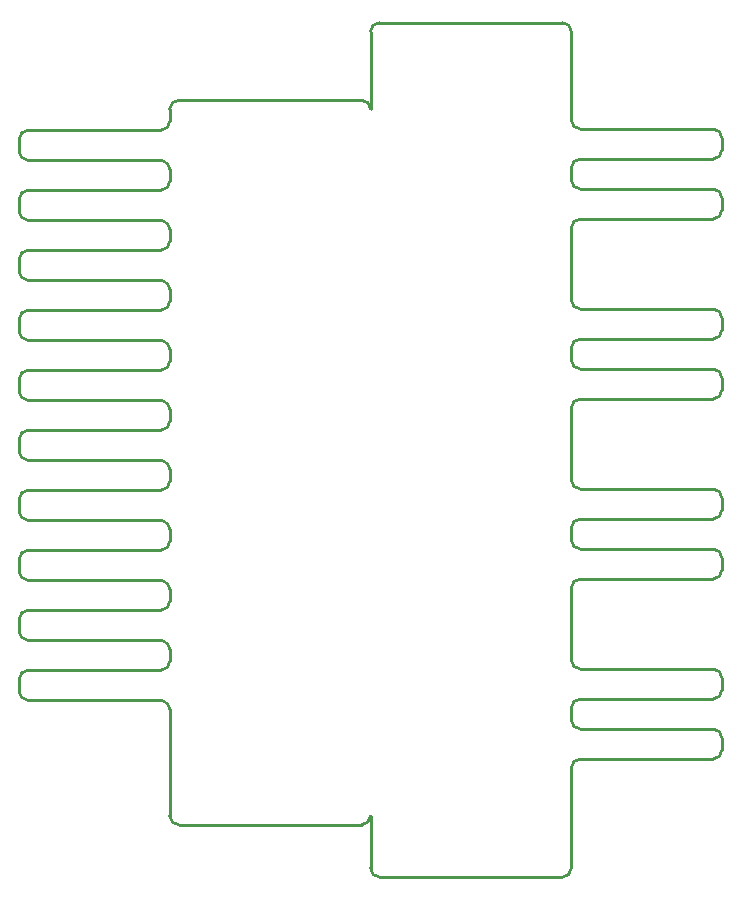
<source format=gbr>
%TF.GenerationSoftware,KiCad,Pcbnew,7.0.10*%
%TF.CreationDate,2024-07-22T08:22:22-04:00*%
%TF.ProjectId,12.X.1 - PLC Connector Combined,31322e58-2e31-4202-9d20-504c4320436f,rev?*%
%TF.SameCoordinates,Original*%
%TF.FileFunction,Profile,NP*%
%FSLAX46Y46*%
G04 Gerber Fmt 4.6, Leading zero omitted, Abs format (unit mm)*
G04 Created by KiCad (PCBNEW 7.0.10) date 2024-07-22 08:22:22*
%MOMM*%
%LPD*%
G01*
G04 APERTURE LIST*
%TA.AperFunction,Profile*%
%ADD10C,0.250000*%
%TD*%
G04 APERTURE END LIST*
D10*
X116110000Y-111426993D02*
X127360000Y-111426993D01*
X174859993Y-76510000D02*
G75*
G03*
X174110000Y-75760000I-749993J7D01*
G01*
X115360000Y-87816993D02*
G75*
G03*
X116110000Y-88566993I750000J0D01*
G01*
X115360000Y-97976993D02*
X115360000Y-96936993D01*
X116110000Y-116506993D02*
X127360000Y-116506993D01*
X115360000Y-123376993D02*
G75*
G03*
X116110000Y-124126993I750000J0D01*
G01*
X128860000Y-73326993D02*
G75*
G03*
X128110000Y-74076993I0J-750000D01*
G01*
X128110000Y-75116993D02*
X128110000Y-74076993D01*
X127360000Y-98726993D02*
X116110000Y-98726993D01*
X128110000Y-89316993D02*
G75*
G03*
X127360000Y-88566993I-750000J0D01*
G01*
X116110000Y-106346993D02*
G75*
G03*
X115360000Y-107096993I0J-750000D01*
G01*
X127360000Y-91106993D02*
G75*
G03*
X128110000Y-90356993I0J750000D01*
G01*
X174860000Y-122230000D02*
X174860000Y-123270000D01*
X162110000Y-84130000D02*
X162110000Y-90250000D01*
X128110000Y-114716993D02*
G75*
G03*
X127360000Y-113966993I-750000J0D01*
G01*
X115360000Y-113216993D02*
G75*
G03*
X116110000Y-113966993I750000J0D01*
G01*
X145110000Y-74076993D02*
G75*
G03*
X144360000Y-73326993I-750000J0D01*
G01*
X116110000Y-101266993D02*
X127360000Y-101266993D01*
X127360000Y-116506993D02*
G75*
G03*
X128110000Y-115756993I0J750000D01*
G01*
X174110000Y-78299993D02*
G75*
G03*
X174860000Y-77550000I0J750000D01*
G01*
X128110000Y-99476993D02*
G75*
G03*
X127360000Y-98726993I-750000J0D01*
G01*
X174110000Y-93539993D02*
G75*
G03*
X174860000Y-92790000I0J750000D01*
G01*
X162860000Y-106240000D02*
X174110000Y-106240000D01*
X174859993Y-112070000D02*
G75*
G03*
X174110000Y-111320000I-749993J7D01*
G01*
X174110000Y-129099993D02*
G75*
G03*
X174860000Y-128350000I0J750000D01*
G01*
X115360000Y-103056993D02*
G75*
G03*
X116110000Y-103806993I750000J0D01*
G01*
X145860000Y-66760000D02*
X161360000Y-66760000D01*
X128110000Y-104556993D02*
G75*
G03*
X127360000Y-103806993I-750000J0D01*
G01*
X174110000Y-124020000D02*
X162860000Y-124020000D01*
X115360000Y-77656993D02*
G75*
G03*
X116110000Y-78406993I750000J0D01*
G01*
X162110000Y-109530000D02*
X162110000Y-110570000D01*
X127360000Y-83486993D02*
X116110000Y-83486993D01*
X174110000Y-78300000D02*
X162860000Y-78300000D01*
X127360000Y-121586993D02*
G75*
G03*
X128110000Y-120836993I0J750000D01*
G01*
X128110000Y-84236993D02*
G75*
G03*
X127360000Y-83486993I-750000J0D01*
G01*
X116110000Y-75866993D02*
G75*
G03*
X115360000Y-76616993I0J-750000D01*
G01*
X161360000Y-139100000D02*
X145860000Y-139100000D01*
X161360000Y-139099993D02*
G75*
G03*
X162110000Y-138350000I0J750000D01*
G01*
X162860000Y-96080000D02*
X174110000Y-96080000D01*
X162860000Y-129099993D02*
G75*
G03*
X162110000Y-129850000I0J-750000D01*
G01*
X162860000Y-111320000D02*
X174110000Y-111320000D01*
X174860000Y-76510000D02*
X174860000Y-77550000D01*
X162110000Y-79050000D02*
X162110000Y-80090000D01*
X116110000Y-101266993D02*
G75*
G03*
X115360000Y-102016993I0J-750000D01*
G01*
X174860000Y-112070000D02*
X174860000Y-113110000D01*
X162860000Y-126560000D02*
X174110000Y-126560000D01*
X162110000Y-124770000D02*
X162110000Y-125810000D01*
X128110000Y-133916993D02*
G75*
G03*
X128860000Y-134666993I750000J0D01*
G01*
X115360000Y-92896993D02*
G75*
G03*
X116110000Y-93646993I750000J0D01*
G01*
X128110000Y-80196993D02*
X128110000Y-79156993D01*
X127360000Y-96186993D02*
G75*
G03*
X128110000Y-95436993I0J750000D01*
G01*
X128110000Y-100516993D02*
X128110000Y-99476993D01*
X162110000Y-129850000D02*
X162110000Y-138350000D01*
X128110000Y-119796993D02*
G75*
G03*
X127360000Y-119046993I-750000J0D01*
G01*
X144360000Y-134666993D02*
X128860000Y-134666993D01*
X127360000Y-88566993D02*
X116110000Y-88566993D01*
X174859993Y-122230000D02*
G75*
G03*
X174110000Y-121480000I-749993J7D01*
G01*
X115360000Y-123376993D02*
X115360000Y-122336993D01*
X162860000Y-91000000D02*
X174110000Y-91000000D01*
X115360000Y-87816993D02*
X115360000Y-86776993D01*
X162860000Y-75760000D02*
X174110000Y-75760000D01*
X116110000Y-80946993D02*
X127360000Y-80946993D01*
X115360000Y-108136993D02*
X115360000Y-107096993D01*
X162860000Y-108779993D02*
G75*
G03*
X162110000Y-109530000I0J-750000D01*
G01*
X127360000Y-108886993D02*
X116110000Y-108886993D01*
X174110000Y-108780000D02*
X162860000Y-108780000D01*
X116110000Y-121586993D02*
G75*
G03*
X115360000Y-122336993I0J-750000D01*
G01*
X128110000Y-94396993D02*
G75*
G03*
X127360000Y-93646993I-750000J0D01*
G01*
X145110000Y-74076993D02*
X145110000Y-67510000D01*
X162860000Y-78299993D02*
G75*
G03*
X162110000Y-79050000I0J-750000D01*
G01*
X116110000Y-75866993D02*
X127360000Y-75866993D01*
X174110000Y-98619993D02*
G75*
G03*
X174860000Y-97870000I0J750000D01*
G01*
X145860000Y-66759993D02*
G75*
G03*
X145110000Y-67510000I0J-750000D01*
G01*
X174860000Y-91750000D02*
X174860000Y-92790000D01*
X174859993Y-96830000D02*
G75*
G03*
X174110000Y-96080000I-749993J7D01*
G01*
X115360000Y-92896993D02*
X115360000Y-91856993D01*
X127360000Y-86026993D02*
G75*
G03*
X128110000Y-85276993I0J750000D01*
G01*
X174860000Y-127310000D02*
X174860000Y-128350000D01*
X162860000Y-121480000D02*
X174110000Y-121480000D01*
X162860000Y-98619993D02*
G75*
G03*
X162110000Y-99370000I0J-750000D01*
G01*
X128110000Y-124876993D02*
G75*
G03*
X127360000Y-124126993I-750000J0D01*
G01*
X128110000Y-95436993D02*
X128110000Y-94396993D01*
X116110000Y-106346993D02*
X127360000Y-106346993D01*
X174859993Y-106990000D02*
G75*
G03*
X174110000Y-106240000I-749993J7D01*
G01*
X128110000Y-109636993D02*
G75*
G03*
X127360000Y-108886993I-750000J0D01*
G01*
X115360000Y-77656993D02*
X115360000Y-76616993D01*
X128110000Y-110676993D02*
X128110000Y-109636993D01*
X115360000Y-118296993D02*
G75*
G03*
X116110000Y-119046993I750000J0D01*
G01*
X174859993Y-91750000D02*
G75*
G03*
X174110000Y-91000000I-749993J7D01*
G01*
X162109993Y-105490000D02*
G75*
G03*
X162860000Y-106240000I750007J7D01*
G01*
X162109993Y-67510000D02*
G75*
G03*
X161360000Y-66760000I-749993J7D01*
G01*
X174110000Y-129100000D02*
X162860000Y-129100000D01*
X174110000Y-83379993D02*
G75*
G03*
X174860000Y-82630000I0J750000D01*
G01*
X174110000Y-113860000D02*
X162860000Y-113860000D01*
X127360000Y-113966993D02*
X116110000Y-113966993D01*
X162109993Y-95330000D02*
G75*
G03*
X162860000Y-96080000I750007J7D01*
G01*
X145109993Y-138350000D02*
G75*
G03*
X145860000Y-139100000I750007J7D01*
G01*
X174859993Y-127310000D02*
G75*
G03*
X174110000Y-126560000I-749993J7D01*
G01*
X145110000Y-138350000D02*
X145110000Y-133916993D01*
X162860000Y-83379993D02*
G75*
G03*
X162110000Y-84130000I0J-750000D01*
G01*
X162860000Y-113859993D02*
G75*
G03*
X162110000Y-114610000I0J-750000D01*
G01*
X115360000Y-113216993D02*
X115360000Y-112176993D01*
X127360000Y-93646993D02*
X116110000Y-93646993D01*
X128110000Y-120836993D02*
X128110000Y-119796993D01*
X128110000Y-79156993D02*
G75*
G03*
X127360000Y-78406993I-750000J0D01*
G01*
X128860000Y-73326993D02*
X144360000Y-73326993D01*
X116110000Y-111426993D02*
G75*
G03*
X115360000Y-112176993I0J-750000D01*
G01*
X127360000Y-103806993D02*
X116110000Y-103806993D01*
X162110000Y-94290000D02*
X162110000Y-95330000D01*
X116110000Y-91106993D02*
X127360000Y-91106993D01*
X116110000Y-80946993D02*
G75*
G03*
X115360000Y-81696993I0J-750000D01*
G01*
X162860000Y-93539993D02*
G75*
G03*
X162110000Y-94290000I0J-750000D01*
G01*
X128110000Y-90356993D02*
X128110000Y-89316993D01*
X174110000Y-83380000D02*
X162860000Y-83380000D01*
X128110000Y-133916993D02*
X128110000Y-124876993D01*
X115360000Y-82736993D02*
G75*
G03*
X116110000Y-83486993I750000J0D01*
G01*
X127360000Y-106346993D02*
G75*
G03*
X128110000Y-105596993I0J750000D01*
G01*
X128110000Y-115756993D02*
X128110000Y-114716993D01*
X162110000Y-114610000D02*
X162110000Y-120730000D01*
X116110000Y-96186993D02*
G75*
G03*
X115360000Y-96936993I0J-750000D01*
G01*
X115360000Y-97976993D02*
G75*
G03*
X116110000Y-98726993I750000J0D01*
G01*
X127360000Y-75866993D02*
G75*
G03*
X128110000Y-75116993I0J750000D01*
G01*
X174110000Y-108779993D02*
G75*
G03*
X174860000Y-108030000I0J750000D01*
G01*
X162109993Y-110570000D02*
G75*
G03*
X162860000Y-111320000I750007J7D01*
G01*
X127360000Y-119046993D02*
X116110000Y-119046993D01*
X174110000Y-93540000D02*
X162860000Y-93540000D01*
X128110000Y-85276993D02*
X128110000Y-84236993D01*
X144360000Y-134666993D02*
G75*
G03*
X145110000Y-133916993I0J750000D01*
G01*
X174859993Y-81590000D02*
G75*
G03*
X174110000Y-80840000I-749993J7D01*
G01*
X116110000Y-116506993D02*
G75*
G03*
X115360000Y-117256993I0J-750000D01*
G01*
X162109993Y-90250000D02*
G75*
G03*
X162860000Y-91000000I750007J7D01*
G01*
X162110000Y-67510000D02*
X162110000Y-75010000D01*
X174110000Y-98620000D02*
X162860000Y-98620000D01*
X174860000Y-96830000D02*
X174860000Y-97870000D01*
X116110000Y-86026993D02*
X127360000Y-86026993D01*
X127360000Y-111426993D02*
G75*
G03*
X128110000Y-110676993I0J750000D01*
G01*
X128110000Y-105596993D02*
X128110000Y-104556993D01*
X127360000Y-124126993D02*
X116110000Y-124126993D01*
X115360000Y-118296993D02*
X115360000Y-117256993D01*
X115360000Y-103056993D02*
X115360000Y-102016993D01*
X116110000Y-86026993D02*
G75*
G03*
X115360000Y-86776993I0J-750000D01*
G01*
X162110000Y-99370000D02*
X162110000Y-105490000D01*
X162860000Y-80840000D02*
X174110000Y-80840000D01*
X116110000Y-91106993D02*
G75*
G03*
X115360000Y-91856993I0J-750000D01*
G01*
X174860000Y-81590000D02*
X174860000Y-82630000D01*
X174110000Y-113859993D02*
G75*
G03*
X174860000Y-113110000I0J750000D01*
G01*
X127360000Y-78406993D02*
X116110000Y-78406993D01*
X162860000Y-124019993D02*
G75*
G03*
X162110000Y-124770000I0J-750000D01*
G01*
X116110000Y-121586993D02*
X127360000Y-121586993D01*
X127360000Y-80946993D02*
G75*
G03*
X128110000Y-80196993I0J750000D01*
G01*
X115360000Y-108136993D02*
G75*
G03*
X116110000Y-108886993I750000J0D01*
G01*
X115360000Y-82736993D02*
X115360000Y-81696993D01*
X162109993Y-120730000D02*
G75*
G03*
X162860000Y-121480000I750007J7D01*
G01*
X116110000Y-96186993D02*
X127360000Y-96186993D01*
X162109993Y-75010000D02*
G75*
G03*
X162860000Y-75760000I750007J7D01*
G01*
X162109993Y-80090000D02*
G75*
G03*
X162860000Y-80840000I750007J7D01*
G01*
X127360000Y-101266993D02*
G75*
G03*
X128110000Y-100516993I0J750000D01*
G01*
X162109993Y-125810000D02*
G75*
G03*
X162860000Y-126560000I750007J7D01*
G01*
X174860000Y-106990000D02*
X174860000Y-108030000D01*
X174110000Y-124019993D02*
G75*
G03*
X174860000Y-123270000I0J750000D01*
G01*
M02*

</source>
